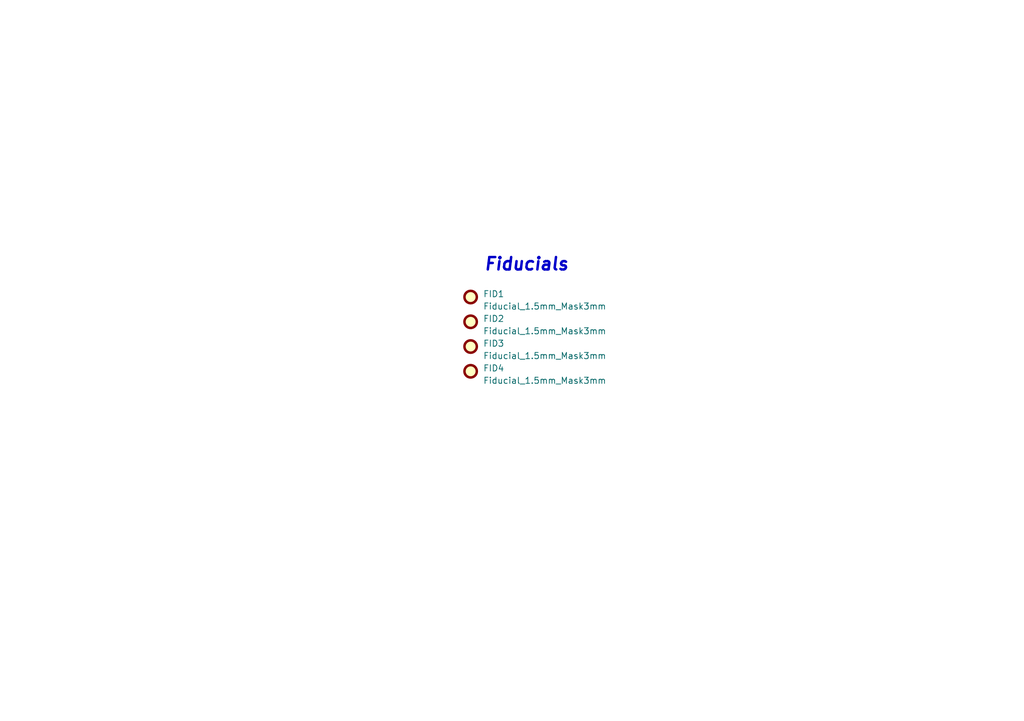
<source format=kicad_sch>
(kicad_sch (version 20230121) (generator eeschema)
  (paper "A5")
  (title_block (title "Fiducials") (date "2023-02-23"))
  (lib_symbols
    (symbol "Mechanical:Fiducial"
      (property "Reference" "FID" (at 0 5.08 0))
      (property "Value" "Fiducial" (at 0 3.175 0))
      (symbol "Fiducial_0_1"
        (circle (center 0 0) (radius 1.27) (stroke (width 0.508)) (fill (type background)))
      )
    )
  )
  (text "Fiducials" (at 116.84 55.88 0) (effects (font (size 2.54 2.54) (thickness 0.508) bold italic) (justify right bottom)))
  (symbol (lib_id "Mechanical:Fiducial") (at 96.52 60.96 0) (unit 1) (in_bom no)
    (property "Reference" "FID1" (at 99.06 60.325 0) (effects (justify left)))
    (property "Value" "Fiducial_1.5mm_Mask3mm" (at 99.06 62.865 0) (effects (justify left)))
    (property "Footprint" "Fiducial:Fiducial_1.5mm_Mask3mm" (effects hide))
  )
  (symbol (lib_id "Mechanical:Fiducial") (at 96.52 76.2 0) (unit 1) (in_bom no)
    (property "Reference" "FID4" (at 99.06 75.565 0) (effects (justify left)))
    (property "Value" "Fiducial_1.5mm_Mask3mm" (at 99.06 78.105 0) (effects (justify left)))
    (property "Footprint" "Fiducial:Fiducial_1.5mm_Mask3mm" (effects hide))
  )
  (symbol (lib_id "Mechanical:Fiducial") (at 96.52 71.12 0) (unit 1) (in_bom no)
    (property "Reference" "FID3" (at 99.06 70.485 0) (effects (justify left)))
    (property "Value" "Fiducial_1.5mm_Mask3mm" (at 99.06 73.025 0) (effects (justify left)))
    (property "Footprint" "Fiducial:Fiducial_1.5mm_Mask3mm" (effects hide))
  )
  (symbol (lib_id "Mechanical:Fiducial") (at 96.52 66.04 0) (unit 1) (in_bom no)
    (property "Reference" "FID2" (at 99.06 65.405 0) (effects (justify left)))
    (property "Value" "Fiducial_1.5mm_Mask3mm" (at 99.06 67.945 0) (effects (justify left)))
    (property "Footprint" "Fiducial:Fiducial_1.5mm_Mask3mm" (effects hide))
  )
)
</source>
